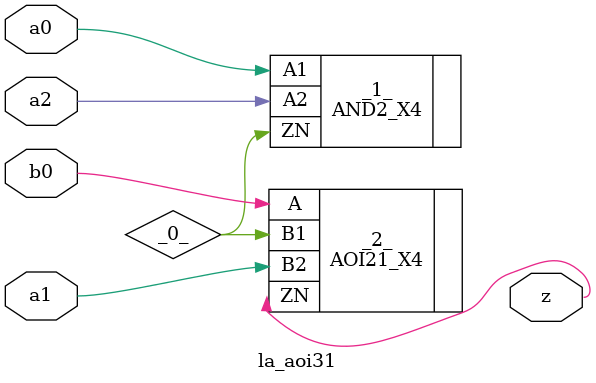
<source format=v>

/* Generated by Yosys 0.44 (git sha1 80ba43d26, g++ 11.4.0-1ubuntu1~22.04 -fPIC -O3) */

(* top =  1  *)
(* src = "inputs/la_aoi31.v:10.1-22.10" *)
module la_aoi31 (
    a0,
    a1,
    a2,
    b0,
    z
);
  wire _0_;
  (* src = "inputs/la_aoi31.v:13.12-13.14" *)
  input a0;
  wire a0;
  (* src = "inputs/la_aoi31.v:14.12-14.14" *)
  input a1;
  wire a1;
  (* src = "inputs/la_aoi31.v:15.12-15.14" *)
  input a2;
  wire a2;
  (* src = "inputs/la_aoi31.v:16.12-16.14" *)
  input b0;
  wire b0;
  (* src = "inputs/la_aoi31.v:17.12-17.13" *)
  output z;
  wire z;
  AND2_X4 _1_ (
      .A1(a0),
      .A2(a2),
      .ZN(_0_)
  );
  AOI21_X4 _2_ (
      .A (b0),
      .B1(_0_),
      .B2(a1),
      .ZN(z)
  );
endmodule

</source>
